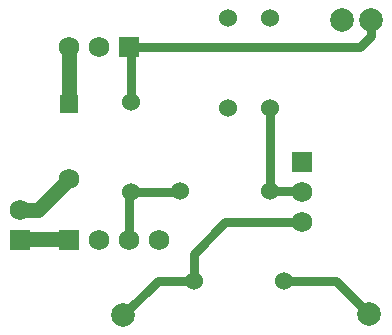
<source format=gbr>
G04 DipTrace 3.3.1.1*
G04 RECU_BLU-Top.gbr*
%MOIN*%
G04 #@! TF.FileFunction,Copper,L1,Top*
G04 #@! TF.Part,Single*
G04 #@! TA.AperFunction,Conductor*
%ADD13C,0.05*%
%ADD14C,0.01*%
%ADD15C,0.03*%
G04 #@! TA.AperFunction,ComponentPad*
%ADD16R,0.0691X0.0691*%
%ADD17C,0.0691*%
%ADD18C,0.0791*%
%ADD19C,0.06*%
%ADD20C,0.06*%
%ADD21R,0.06X0.06*%
%ADD22C,0.0691*%
%FSLAX26Y26*%
G04*
G70*
G90*
G75*
G01*
G04 Top*
%LPD*%
X634000Y714000D2*
D13*
Y719000D1*
X469000D1*
Y714000D1*
Y814000D2*
X529000D1*
X634000Y919000D1*
Y1169000D2*
D14*
D3*
D13*
Y1359000D1*
X834000Y714000D2*
D15*
Y869000D1*
X839000Y874000D1*
X1004000D1*
Y879000D1*
X1304000D2*
X1409000D1*
Y874000D1*
X1304000Y879000D2*
Y1154000D1*
X839000Y1174000D2*
Y1359000D1*
X834000D1*
X1604000D1*
X1639000Y1394000D1*
Y1449000D1*
X1409000Y774000D2*
X1154000D1*
X1049000Y669000D1*
Y579000D1*
X929000D1*
X814000Y464000D1*
X1349000Y579000D2*
X1524000D1*
X1634000Y469000D1*
D16*
X1409000Y974000D3*
D17*
Y874000D3*
Y774000D3*
D18*
X1639000Y1449000D3*
X1544000D3*
D19*
X1304000Y1454000D3*
Y1154000D3*
X1164000Y1454000D3*
Y1154000D3*
X839000Y1174000D3*
Y874000D3*
X1304000Y879000D3*
X1004000D3*
D16*
X834000Y1359000D3*
D17*
X734000D3*
X634000D3*
D19*
X1049000Y579000D3*
D20*
X1349000D3*
D16*
X634000Y714000D3*
D17*
X734000D3*
X834000D3*
X934000D3*
D16*
X469000D3*
D17*
Y814000D3*
D18*
X814000Y464000D3*
D21*
X634000Y1168999D3*
D22*
Y918999D3*
D18*
X1634000Y469000D3*
M02*

</source>
